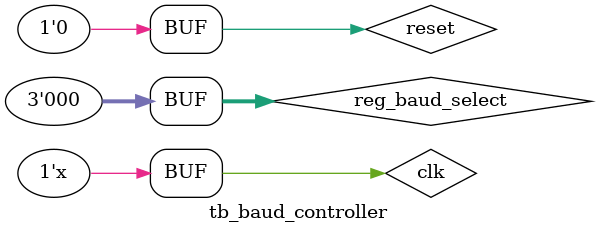
<source format=v>
/*
 *
 * Treksto gia 600ns !
 */

module tb_baud_controller;

reg clk, reset;
reg [2:0] reg_baud_select;

wire sample_ENABLE;

initial
begin
  clk = 1'b1;

  #200 reset = 1'b1;
  #100 reset = 1'b0;

  #1200 reset = 1'b1;
  #100  reset = 1'b0;
  
  reg_baud_select = 3'b111;
  #5000
  reg_baud_select = 3'b110;
  #5000
  reg_baud_select = 3'b101;
  #5000
  reg_baud_select = 3'b100;
  #10000
  reg_baud_select = 3'b011;
  #15000
  reg_baud_select = 3'b010;
  #30000
  reg_baud_select = 3'b001;
  #60000
  reg_baud_select = 3'b000;
end

always #10 clk = ~clk;

baud_controller baud_controllerINSTANCE(.reset(reset), .clk(clk), .baud_select(reg_baud_select),
                                        .sample_ENABLE(sample_ENABLE));

endmodule

</source>
